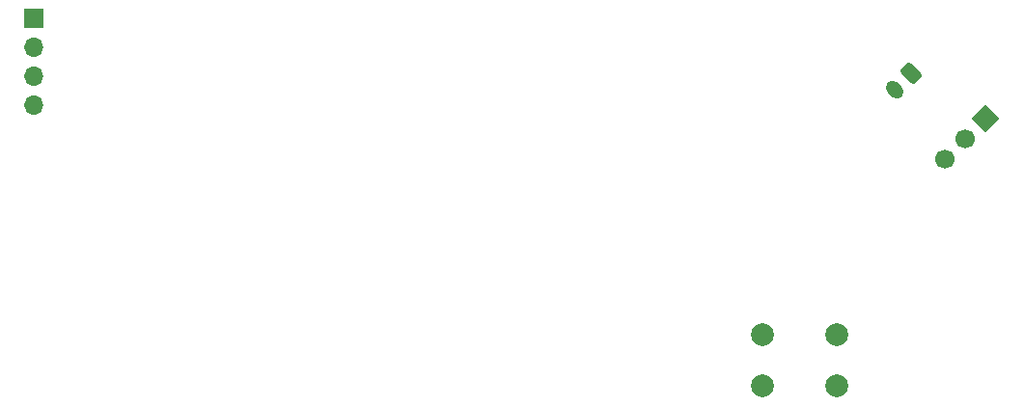
<source format=gbr>
%TF.GenerationSoftware,KiCad,Pcbnew,(6.0.2-0)*%
%TF.CreationDate,2022-04-16T18:23:20-06:00*%
%TF.ProjectId,Graduation Cap,47726164-7561-4746-996f-6e204361702e,rev?*%
%TF.SameCoordinates,Original*%
%TF.FileFunction,Soldermask,Bot*%
%TF.FilePolarity,Negative*%
%FSLAX46Y46*%
G04 Gerber Fmt 4.6, Leading zero omitted, Abs format (unit mm)*
G04 Created by KiCad (PCBNEW (6.0.2-0)) date 2022-04-16 18:23:20*
%MOMM*%
%LPD*%
G01*
G04 APERTURE LIST*
G04 Aperture macros list*
%AMRoundRect*
0 Rectangle with rounded corners*
0 $1 Rounding radius*
0 $2 $3 $4 $5 $6 $7 $8 $9 X,Y pos of 4 corners*
0 Add a 4 corners polygon primitive as box body*
4,1,4,$2,$3,$4,$5,$6,$7,$8,$9,$2,$3,0*
0 Add four circle primitives for the rounded corners*
1,1,$1+$1,$2,$3*
1,1,$1+$1,$4,$5*
1,1,$1+$1,$6,$7*
1,1,$1+$1,$8,$9*
0 Add four rect primitives between the rounded corners*
20,1,$1+$1,$2,$3,$4,$5,0*
20,1,$1+$1,$4,$5,$6,$7,0*
20,1,$1+$1,$6,$7,$8,$9,0*
20,1,$1+$1,$8,$9,$2,$3,0*%
%AMHorizOval*
0 Thick line with rounded ends*
0 $1 width*
0 $2 $3 position (X,Y) of the first rounded end (center of the circle)*
0 $4 $5 position (X,Y) of the second rounded end (center of the circle)*
0 Add line between two ends*
20,1,$1,$2,$3,$4,$5,0*
0 Add two circle primitives to create the rounded ends*
1,1,$1,$2,$3*
1,1,$1,$4,$5*%
%AMRotRect*
0 Rectangle, with rotation*
0 The origin of the aperture is its center*
0 $1 length*
0 $2 width*
0 $3 Rotation angle, in degrees counterclockwise*
0 Add horizontal line*
21,1,$1,$2,0,0,$3*%
G04 Aperture macros list end*
%ADD10C,2.000000*%
%ADD11R,1.700000X1.700000*%
%ADD12O,1.700000X1.700000*%
%ADD13RotRect,1.700000X1.700000X315.000000*%
%ADD14HorizOval,1.700000X0.000000X0.000000X0.000000X0.000000X0*%
%ADD15RoundRect,0.250000X-0.194454X0.689429X-0.689429X0.194454X0.194454X-0.689429X0.689429X-0.194454X0*%
%ADD16HorizOval,1.200000X-0.194454X0.194454X0.194454X-0.194454X0*%
G04 APERTURE END LIST*
D10*
%TO.C,J1*%
X185170000Y-109990000D03*
X178670000Y-109990000D03*
X178670000Y-114490000D03*
X185170000Y-114490000D03*
%TD*%
D11*
%TO.C,J3*%
X114765000Y-82260000D03*
D12*
X114765000Y-84800000D03*
X114765000Y-87340000D03*
X114765000Y-89880000D03*
%TD*%
D13*
%TO.C,J5*%
X198250000Y-91000000D03*
D14*
X196453949Y-92796051D03*
X194657898Y-94592102D03*
%TD*%
D15*
%TO.C,J4*%
X191669519Y-87055305D03*
D16*
X190255305Y-88469519D03*
%TD*%
M02*

</source>
